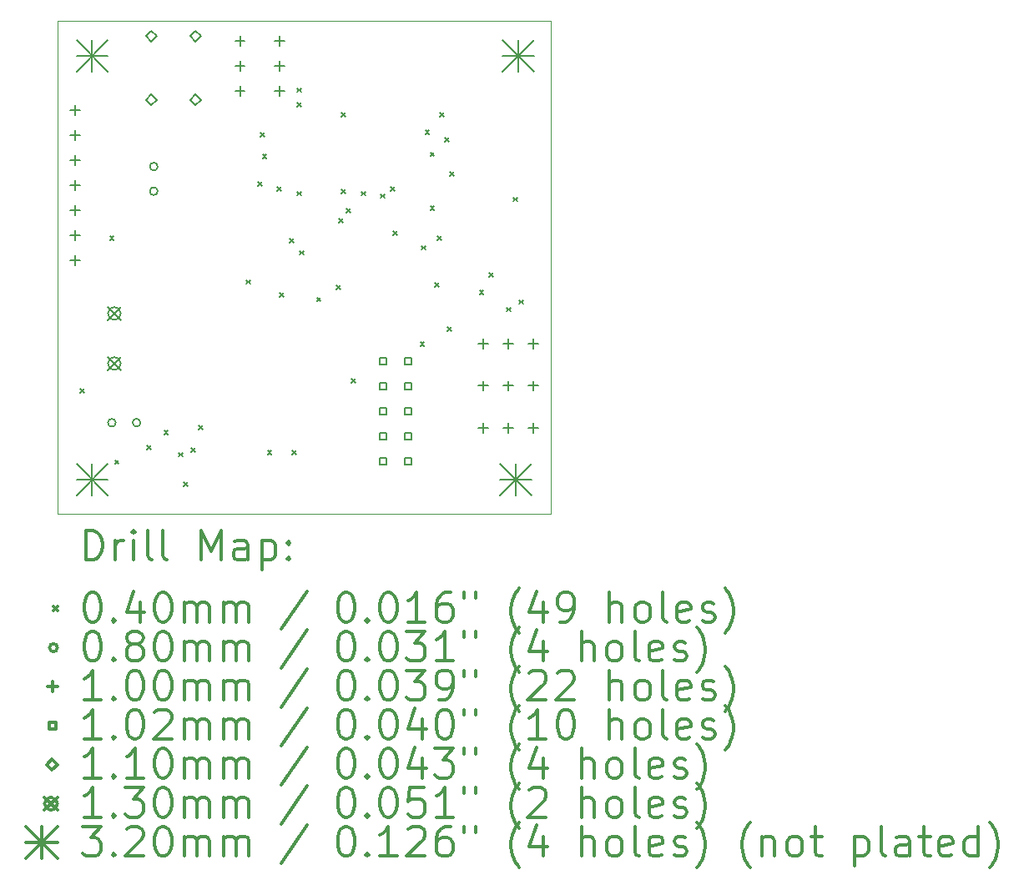
<source format=gbr>
%FSLAX45Y45*%
G04 Gerber Fmt 4.5, Leading zero omitted, Abs format (unit mm)*
G04 Created by KiCad (PCBNEW (5.1.5)-3) date 2021-05-19 18:46:04*
%MOMM*%
%LPD*%
G04 APERTURE LIST*
%TA.AperFunction,Profile*%
%ADD10C,0.050000*%
%TD*%
%ADD11C,0.200000*%
%ADD12C,0.300000*%
G04 APERTURE END LIST*
D10*
X3000000Y-8500000D02*
X3000000Y-3500000D01*
X8000000Y-8500000D02*
X3000000Y-8500000D01*
X8000000Y-3500000D02*
X8000000Y-8500000D01*
X3000000Y-3500000D02*
X8000000Y-3500000D01*
D11*
X3230000Y-7230000D02*
X3270000Y-7270000D01*
X3270000Y-7230000D02*
X3230000Y-7270000D01*
X3528734Y-5681266D02*
X3568734Y-5721266D01*
X3568734Y-5681266D02*
X3528734Y-5721266D01*
X3580000Y-7955000D02*
X3620000Y-7995000D01*
X3620000Y-7955000D02*
X3580000Y-7995000D01*
X3905000Y-7805000D02*
X3945000Y-7845000D01*
X3945000Y-7805000D02*
X3905000Y-7845000D01*
X4080000Y-7655000D02*
X4120000Y-7695000D01*
X4120000Y-7655000D02*
X4080000Y-7695000D01*
X4230000Y-7880000D02*
X4270000Y-7920000D01*
X4270000Y-7880000D02*
X4230000Y-7920000D01*
X4280000Y-8180000D02*
X4320000Y-8220000D01*
X4320000Y-8180000D02*
X4280000Y-8220000D01*
X4355000Y-7830000D02*
X4395000Y-7870000D01*
X4395000Y-7830000D02*
X4355000Y-7870000D01*
X4430000Y-7605000D02*
X4470000Y-7645000D01*
X4470000Y-7605000D02*
X4430000Y-7645000D01*
X4912499Y-6127500D02*
X4952499Y-6167500D01*
X4952499Y-6127500D02*
X4912499Y-6167500D01*
X5030000Y-5130000D02*
X5070000Y-5170000D01*
X5070000Y-5130000D02*
X5030000Y-5170000D01*
X5055000Y-4630000D02*
X5095000Y-4670000D01*
X5095000Y-4630000D02*
X5055000Y-4670000D01*
X5080000Y-4854999D02*
X5120000Y-4894999D01*
X5120000Y-4854999D02*
X5080000Y-4894999D01*
X5130000Y-7855000D02*
X5170000Y-7895000D01*
X5170000Y-7855000D02*
X5130000Y-7895000D01*
X5230000Y-5180000D02*
X5270000Y-5220000D01*
X5270000Y-5180000D02*
X5230000Y-5220000D01*
X5255000Y-6255000D02*
X5295000Y-6295000D01*
X5295000Y-6255000D02*
X5255000Y-6295000D01*
X5355000Y-5705000D02*
X5395000Y-5745000D01*
X5395000Y-5705000D02*
X5355000Y-5745000D01*
X5380000Y-7855000D02*
X5420000Y-7895000D01*
X5420000Y-7855000D02*
X5380000Y-7895000D01*
X5429999Y-5230000D02*
X5469999Y-5270000D01*
X5469999Y-5230000D02*
X5429999Y-5270000D01*
X5430000Y-4180000D02*
X5470000Y-4220000D01*
X5470000Y-4180000D02*
X5430000Y-4220000D01*
X5430000Y-4330000D02*
X5470000Y-4370000D01*
X5470000Y-4330000D02*
X5430000Y-4370000D01*
X5455000Y-5830000D02*
X5495000Y-5870000D01*
X5495000Y-5830000D02*
X5455000Y-5870000D01*
X5630002Y-6305000D02*
X5670002Y-6345000D01*
X5670002Y-6305000D02*
X5630002Y-6345000D01*
X5830000Y-6180000D02*
X5870000Y-6220000D01*
X5870000Y-6180000D02*
X5830000Y-6220000D01*
X5853735Y-5503735D02*
X5893735Y-5543735D01*
X5893735Y-5503735D02*
X5853735Y-5543735D01*
X5880000Y-4430000D02*
X5920000Y-4470000D01*
X5920000Y-4430000D02*
X5880000Y-4470000D01*
X5880000Y-5205000D02*
X5920000Y-5245000D01*
X5920000Y-5205000D02*
X5880000Y-5245000D01*
X5930000Y-5405000D02*
X5970000Y-5445000D01*
X5970000Y-5405000D02*
X5930000Y-5445000D01*
X5980000Y-7130000D02*
X6020000Y-7170000D01*
X6020000Y-7130000D02*
X5980000Y-7170000D01*
X6080000Y-5230000D02*
X6120000Y-5270000D01*
X6120000Y-5230000D02*
X6080000Y-5270000D01*
X6280000Y-5255000D02*
X6320000Y-5295000D01*
X6320000Y-5255000D02*
X6280000Y-5295000D01*
X6380000Y-5180000D02*
X6420000Y-5220000D01*
X6420000Y-5180000D02*
X6380000Y-5220000D01*
X6405000Y-5630000D02*
X6445000Y-5670000D01*
X6445000Y-5630000D02*
X6405000Y-5670000D01*
X6680000Y-6755000D02*
X6720000Y-6795000D01*
X6720000Y-6755000D02*
X6680000Y-6795000D01*
X6690000Y-5780000D02*
X6730000Y-5820000D01*
X6730000Y-5780000D02*
X6690000Y-5820000D01*
X6730000Y-4605000D02*
X6770000Y-4645000D01*
X6770000Y-4605000D02*
X6730000Y-4645000D01*
X6780000Y-4830000D02*
X6820000Y-4870000D01*
X6820000Y-4830000D02*
X6780000Y-4870000D01*
X6780000Y-5380000D02*
X6820000Y-5420000D01*
X6820000Y-5380000D02*
X6780000Y-5420000D01*
X6830000Y-6155000D02*
X6870000Y-6195000D01*
X6870000Y-6155000D02*
X6830000Y-6195000D01*
X6855000Y-5680000D02*
X6895000Y-5720000D01*
X6895000Y-5680000D02*
X6855000Y-5720000D01*
X6880000Y-4430000D02*
X6920000Y-4470000D01*
X6920000Y-4430000D02*
X6880000Y-4470000D01*
X6930000Y-4680000D02*
X6970000Y-4720000D01*
X6970000Y-4680000D02*
X6930000Y-4720000D01*
X6955000Y-6605000D02*
X6995000Y-6645000D01*
X6995000Y-6605000D02*
X6955000Y-6645000D01*
X6980000Y-5030000D02*
X7020000Y-5070000D01*
X7020000Y-5030000D02*
X6980000Y-5070000D01*
X7280000Y-6230000D02*
X7320000Y-6270000D01*
X7320000Y-6230000D02*
X7280000Y-6270000D01*
X7380000Y-6055000D02*
X7420000Y-6095000D01*
X7420000Y-6055000D02*
X7380000Y-6095000D01*
X7555000Y-6405000D02*
X7595000Y-6445000D01*
X7595000Y-6405000D02*
X7555000Y-6445000D01*
X7620644Y-5289356D02*
X7660644Y-5329356D01*
X7660644Y-5289356D02*
X7620644Y-5329356D01*
X7680000Y-6330000D02*
X7720000Y-6370000D01*
X7720000Y-6330000D02*
X7680000Y-6370000D01*
X4015000Y-4975000D02*
G75*
G03X4015000Y-4975000I-40000J0D01*
G01*
X4015000Y-5225000D02*
G75*
G03X4015000Y-5225000I-40000J0D01*
G01*
X3590000Y-7575000D02*
G75*
G03X3590000Y-7575000I-40000J0D01*
G01*
X3840000Y-7575000D02*
G75*
G03X3840000Y-7575000I-40000J0D01*
G01*
X5250000Y-3650000D02*
X5250000Y-3750000D01*
X5200000Y-3700000D02*
X5300000Y-3700000D01*
X5250000Y-3904000D02*
X5250000Y-4004000D01*
X5200000Y-3954000D02*
X5300000Y-3954000D01*
X5250000Y-4158000D02*
X5250000Y-4258000D01*
X5200000Y-4208000D02*
X5300000Y-4208000D01*
X7317000Y-6725000D02*
X7317000Y-6825000D01*
X7267000Y-6775000D02*
X7367000Y-6775000D01*
X7571000Y-6725000D02*
X7571000Y-6825000D01*
X7521000Y-6775000D02*
X7621000Y-6775000D01*
X7825000Y-6725000D02*
X7825000Y-6825000D01*
X7775000Y-6775000D02*
X7875000Y-6775000D01*
X3175000Y-4350000D02*
X3175000Y-4450000D01*
X3125000Y-4400000D02*
X3225000Y-4400000D01*
X3175000Y-4604000D02*
X3175000Y-4704000D01*
X3125000Y-4654000D02*
X3225000Y-4654000D01*
X3175000Y-4858000D02*
X3175000Y-4958000D01*
X3125000Y-4908000D02*
X3225000Y-4908000D01*
X3175000Y-5112000D02*
X3175000Y-5212000D01*
X3125000Y-5162000D02*
X3225000Y-5162000D01*
X3175000Y-5366000D02*
X3175000Y-5466000D01*
X3125000Y-5416000D02*
X3225000Y-5416000D01*
X3175000Y-5620000D02*
X3175000Y-5720000D01*
X3125000Y-5670000D02*
X3225000Y-5670000D01*
X3175000Y-5874000D02*
X3175000Y-5974000D01*
X3125000Y-5924000D02*
X3225000Y-5924000D01*
X7317000Y-7150000D02*
X7317000Y-7250000D01*
X7267000Y-7200000D02*
X7367000Y-7200000D01*
X7571000Y-7150000D02*
X7571000Y-7250000D01*
X7521000Y-7200000D02*
X7621000Y-7200000D01*
X7825000Y-7150000D02*
X7825000Y-7250000D01*
X7775000Y-7200000D02*
X7875000Y-7200000D01*
X7317000Y-7575000D02*
X7317000Y-7675000D01*
X7267000Y-7625000D02*
X7367000Y-7625000D01*
X7571000Y-7575000D02*
X7571000Y-7675000D01*
X7521000Y-7625000D02*
X7621000Y-7625000D01*
X7825000Y-7575000D02*
X7825000Y-7675000D01*
X7775000Y-7625000D02*
X7875000Y-7625000D01*
X4850000Y-3650000D02*
X4850000Y-3750000D01*
X4800000Y-3700000D02*
X4900000Y-3700000D01*
X4850000Y-3904000D02*
X4850000Y-4004000D01*
X4800000Y-3954000D02*
X4900000Y-3954000D01*
X4850000Y-4158000D02*
X4850000Y-4258000D01*
X4800000Y-4208000D02*
X4900000Y-4208000D01*
X6335921Y-6985921D02*
X6335921Y-6914079D01*
X6264079Y-6914079D01*
X6264079Y-6985921D01*
X6335921Y-6985921D01*
X6335921Y-7239921D02*
X6335921Y-7168079D01*
X6264079Y-7168079D01*
X6264079Y-7239921D01*
X6335921Y-7239921D01*
X6335921Y-7493921D02*
X6335921Y-7422079D01*
X6264079Y-7422079D01*
X6264079Y-7493921D01*
X6335921Y-7493921D01*
X6335921Y-7747921D02*
X6335921Y-7676079D01*
X6264079Y-7676079D01*
X6264079Y-7747921D01*
X6335921Y-7747921D01*
X6335921Y-8001921D02*
X6335921Y-7930079D01*
X6264079Y-7930079D01*
X6264079Y-8001921D01*
X6335921Y-8001921D01*
X6589921Y-6985921D02*
X6589921Y-6914079D01*
X6518079Y-6914079D01*
X6518079Y-6985921D01*
X6589921Y-6985921D01*
X6589921Y-7239921D02*
X6589921Y-7168079D01*
X6518079Y-7168079D01*
X6518079Y-7239921D01*
X6589921Y-7239921D01*
X6589921Y-7493921D02*
X6589921Y-7422079D01*
X6518079Y-7422079D01*
X6518079Y-7493921D01*
X6589921Y-7493921D01*
X6589921Y-7747921D02*
X6589921Y-7676079D01*
X6518079Y-7676079D01*
X6518079Y-7747921D01*
X6589921Y-7747921D01*
X6589921Y-8001921D02*
X6589921Y-7930079D01*
X6518079Y-7930079D01*
X6518079Y-8001921D01*
X6589921Y-8001921D01*
X3950000Y-3705000D02*
X4005000Y-3650000D01*
X3950000Y-3595000D01*
X3895000Y-3650000D01*
X3950000Y-3705000D01*
X3950000Y-4355000D02*
X4005000Y-4300000D01*
X3950000Y-4245000D01*
X3895000Y-4300000D01*
X3950000Y-4355000D01*
X4400000Y-3705000D02*
X4455000Y-3650000D01*
X4400000Y-3595000D01*
X4345000Y-3650000D01*
X4400000Y-3705000D01*
X4400000Y-4355000D02*
X4455000Y-4300000D01*
X4400000Y-4245000D01*
X4345000Y-4300000D01*
X4400000Y-4355000D01*
X3510000Y-6402000D02*
X3640000Y-6532000D01*
X3640000Y-6402000D02*
X3510000Y-6532000D01*
X3640000Y-6467000D02*
G75*
G03X3640000Y-6467000I-65000J0D01*
G01*
X3510000Y-6910000D02*
X3640000Y-7040000D01*
X3640000Y-6910000D02*
X3510000Y-7040000D01*
X3640000Y-6975000D02*
G75*
G03X3640000Y-6975000I-65000J0D01*
G01*
X7490000Y-7990000D02*
X7810000Y-8310000D01*
X7810000Y-7990000D02*
X7490000Y-8310000D01*
X7650000Y-7990000D02*
X7650000Y-8310000D01*
X7490000Y-8150000D02*
X7810000Y-8150000D01*
X7515000Y-3690000D02*
X7835000Y-4010000D01*
X7835000Y-3690000D02*
X7515000Y-4010000D01*
X7675000Y-3690000D02*
X7675000Y-4010000D01*
X7515000Y-3850000D02*
X7835000Y-3850000D01*
X3190000Y-3690000D02*
X3510000Y-4010000D01*
X3510000Y-3690000D02*
X3190000Y-4010000D01*
X3350000Y-3690000D02*
X3350000Y-4010000D01*
X3190000Y-3850000D02*
X3510000Y-3850000D01*
X3190000Y-7990000D02*
X3510000Y-8310000D01*
X3510000Y-7990000D02*
X3190000Y-8310000D01*
X3350000Y-7990000D02*
X3350000Y-8310000D01*
X3190000Y-8150000D02*
X3510000Y-8150000D01*
D12*
X3283928Y-8968214D02*
X3283928Y-8668214D01*
X3355357Y-8668214D01*
X3398214Y-8682500D01*
X3426786Y-8711072D01*
X3441071Y-8739643D01*
X3455357Y-8796786D01*
X3455357Y-8839643D01*
X3441071Y-8896786D01*
X3426786Y-8925357D01*
X3398214Y-8953929D01*
X3355357Y-8968214D01*
X3283928Y-8968214D01*
X3583928Y-8968214D02*
X3583928Y-8768214D01*
X3583928Y-8825357D02*
X3598214Y-8796786D01*
X3612500Y-8782500D01*
X3641071Y-8768214D01*
X3669643Y-8768214D01*
X3769643Y-8968214D02*
X3769643Y-8768214D01*
X3769643Y-8668214D02*
X3755357Y-8682500D01*
X3769643Y-8696786D01*
X3783928Y-8682500D01*
X3769643Y-8668214D01*
X3769643Y-8696786D01*
X3955357Y-8968214D02*
X3926786Y-8953929D01*
X3912500Y-8925357D01*
X3912500Y-8668214D01*
X4112500Y-8968214D02*
X4083928Y-8953929D01*
X4069643Y-8925357D01*
X4069643Y-8668214D01*
X4455357Y-8968214D02*
X4455357Y-8668214D01*
X4555357Y-8882500D01*
X4655357Y-8668214D01*
X4655357Y-8968214D01*
X4926786Y-8968214D02*
X4926786Y-8811072D01*
X4912500Y-8782500D01*
X4883928Y-8768214D01*
X4826786Y-8768214D01*
X4798214Y-8782500D01*
X4926786Y-8953929D02*
X4898214Y-8968214D01*
X4826786Y-8968214D01*
X4798214Y-8953929D01*
X4783928Y-8925357D01*
X4783928Y-8896786D01*
X4798214Y-8868214D01*
X4826786Y-8853929D01*
X4898214Y-8853929D01*
X4926786Y-8839643D01*
X5069643Y-8768214D02*
X5069643Y-9068214D01*
X5069643Y-8782500D02*
X5098214Y-8768214D01*
X5155357Y-8768214D01*
X5183928Y-8782500D01*
X5198214Y-8796786D01*
X5212500Y-8825357D01*
X5212500Y-8911072D01*
X5198214Y-8939643D01*
X5183928Y-8953929D01*
X5155357Y-8968214D01*
X5098214Y-8968214D01*
X5069643Y-8953929D01*
X5341071Y-8939643D02*
X5355357Y-8953929D01*
X5341071Y-8968214D01*
X5326786Y-8953929D01*
X5341071Y-8939643D01*
X5341071Y-8968214D01*
X5341071Y-8782500D02*
X5355357Y-8796786D01*
X5341071Y-8811072D01*
X5326786Y-8796786D01*
X5341071Y-8782500D01*
X5341071Y-8811072D01*
X2957500Y-9442500D02*
X2997500Y-9482500D01*
X2997500Y-9442500D02*
X2957500Y-9482500D01*
X3341071Y-9298214D02*
X3369643Y-9298214D01*
X3398214Y-9312500D01*
X3412500Y-9326786D01*
X3426786Y-9355357D01*
X3441071Y-9412500D01*
X3441071Y-9483929D01*
X3426786Y-9541072D01*
X3412500Y-9569643D01*
X3398214Y-9583929D01*
X3369643Y-9598214D01*
X3341071Y-9598214D01*
X3312500Y-9583929D01*
X3298214Y-9569643D01*
X3283928Y-9541072D01*
X3269643Y-9483929D01*
X3269643Y-9412500D01*
X3283928Y-9355357D01*
X3298214Y-9326786D01*
X3312500Y-9312500D01*
X3341071Y-9298214D01*
X3569643Y-9569643D02*
X3583928Y-9583929D01*
X3569643Y-9598214D01*
X3555357Y-9583929D01*
X3569643Y-9569643D01*
X3569643Y-9598214D01*
X3841071Y-9398214D02*
X3841071Y-9598214D01*
X3769643Y-9283929D02*
X3698214Y-9498214D01*
X3883928Y-9498214D01*
X4055357Y-9298214D02*
X4083928Y-9298214D01*
X4112500Y-9312500D01*
X4126786Y-9326786D01*
X4141071Y-9355357D01*
X4155357Y-9412500D01*
X4155357Y-9483929D01*
X4141071Y-9541072D01*
X4126786Y-9569643D01*
X4112500Y-9583929D01*
X4083928Y-9598214D01*
X4055357Y-9598214D01*
X4026786Y-9583929D01*
X4012500Y-9569643D01*
X3998214Y-9541072D01*
X3983928Y-9483929D01*
X3983928Y-9412500D01*
X3998214Y-9355357D01*
X4012500Y-9326786D01*
X4026786Y-9312500D01*
X4055357Y-9298214D01*
X4283928Y-9598214D02*
X4283928Y-9398214D01*
X4283928Y-9426786D02*
X4298214Y-9412500D01*
X4326786Y-9398214D01*
X4369643Y-9398214D01*
X4398214Y-9412500D01*
X4412500Y-9441072D01*
X4412500Y-9598214D01*
X4412500Y-9441072D02*
X4426786Y-9412500D01*
X4455357Y-9398214D01*
X4498214Y-9398214D01*
X4526786Y-9412500D01*
X4541071Y-9441072D01*
X4541071Y-9598214D01*
X4683928Y-9598214D02*
X4683928Y-9398214D01*
X4683928Y-9426786D02*
X4698214Y-9412500D01*
X4726786Y-9398214D01*
X4769643Y-9398214D01*
X4798214Y-9412500D01*
X4812500Y-9441072D01*
X4812500Y-9598214D01*
X4812500Y-9441072D02*
X4826786Y-9412500D01*
X4855357Y-9398214D01*
X4898214Y-9398214D01*
X4926786Y-9412500D01*
X4941071Y-9441072D01*
X4941071Y-9598214D01*
X5526786Y-9283929D02*
X5269643Y-9669643D01*
X5912500Y-9298214D02*
X5941071Y-9298214D01*
X5969643Y-9312500D01*
X5983928Y-9326786D01*
X5998214Y-9355357D01*
X6012500Y-9412500D01*
X6012500Y-9483929D01*
X5998214Y-9541072D01*
X5983928Y-9569643D01*
X5969643Y-9583929D01*
X5941071Y-9598214D01*
X5912500Y-9598214D01*
X5883928Y-9583929D01*
X5869643Y-9569643D01*
X5855357Y-9541072D01*
X5841071Y-9483929D01*
X5841071Y-9412500D01*
X5855357Y-9355357D01*
X5869643Y-9326786D01*
X5883928Y-9312500D01*
X5912500Y-9298214D01*
X6141071Y-9569643D02*
X6155357Y-9583929D01*
X6141071Y-9598214D01*
X6126786Y-9583929D01*
X6141071Y-9569643D01*
X6141071Y-9598214D01*
X6341071Y-9298214D02*
X6369643Y-9298214D01*
X6398214Y-9312500D01*
X6412500Y-9326786D01*
X6426786Y-9355357D01*
X6441071Y-9412500D01*
X6441071Y-9483929D01*
X6426786Y-9541072D01*
X6412500Y-9569643D01*
X6398214Y-9583929D01*
X6369643Y-9598214D01*
X6341071Y-9598214D01*
X6312500Y-9583929D01*
X6298214Y-9569643D01*
X6283928Y-9541072D01*
X6269643Y-9483929D01*
X6269643Y-9412500D01*
X6283928Y-9355357D01*
X6298214Y-9326786D01*
X6312500Y-9312500D01*
X6341071Y-9298214D01*
X6726786Y-9598214D02*
X6555357Y-9598214D01*
X6641071Y-9598214D02*
X6641071Y-9298214D01*
X6612500Y-9341072D01*
X6583928Y-9369643D01*
X6555357Y-9383929D01*
X6983928Y-9298214D02*
X6926786Y-9298214D01*
X6898214Y-9312500D01*
X6883928Y-9326786D01*
X6855357Y-9369643D01*
X6841071Y-9426786D01*
X6841071Y-9541072D01*
X6855357Y-9569643D01*
X6869643Y-9583929D01*
X6898214Y-9598214D01*
X6955357Y-9598214D01*
X6983928Y-9583929D01*
X6998214Y-9569643D01*
X7012500Y-9541072D01*
X7012500Y-9469643D01*
X6998214Y-9441072D01*
X6983928Y-9426786D01*
X6955357Y-9412500D01*
X6898214Y-9412500D01*
X6869643Y-9426786D01*
X6855357Y-9441072D01*
X6841071Y-9469643D01*
X7126786Y-9298214D02*
X7126786Y-9355357D01*
X7241071Y-9298214D02*
X7241071Y-9355357D01*
X7683928Y-9712500D02*
X7669643Y-9698214D01*
X7641071Y-9655357D01*
X7626786Y-9626786D01*
X7612500Y-9583929D01*
X7598214Y-9512500D01*
X7598214Y-9455357D01*
X7612500Y-9383929D01*
X7626786Y-9341072D01*
X7641071Y-9312500D01*
X7669643Y-9269643D01*
X7683928Y-9255357D01*
X7926786Y-9398214D02*
X7926786Y-9598214D01*
X7855357Y-9283929D02*
X7783928Y-9498214D01*
X7969643Y-9498214D01*
X8098214Y-9598214D02*
X8155357Y-9598214D01*
X8183928Y-9583929D01*
X8198214Y-9569643D01*
X8226786Y-9526786D01*
X8241071Y-9469643D01*
X8241071Y-9355357D01*
X8226786Y-9326786D01*
X8212500Y-9312500D01*
X8183928Y-9298214D01*
X8126786Y-9298214D01*
X8098214Y-9312500D01*
X8083928Y-9326786D01*
X8069643Y-9355357D01*
X8069643Y-9426786D01*
X8083928Y-9455357D01*
X8098214Y-9469643D01*
X8126786Y-9483929D01*
X8183928Y-9483929D01*
X8212500Y-9469643D01*
X8226786Y-9455357D01*
X8241071Y-9426786D01*
X8598214Y-9598214D02*
X8598214Y-9298214D01*
X8726786Y-9598214D02*
X8726786Y-9441072D01*
X8712500Y-9412500D01*
X8683928Y-9398214D01*
X8641071Y-9398214D01*
X8612500Y-9412500D01*
X8598214Y-9426786D01*
X8912500Y-9598214D02*
X8883928Y-9583929D01*
X8869643Y-9569643D01*
X8855357Y-9541072D01*
X8855357Y-9455357D01*
X8869643Y-9426786D01*
X8883928Y-9412500D01*
X8912500Y-9398214D01*
X8955357Y-9398214D01*
X8983928Y-9412500D01*
X8998214Y-9426786D01*
X9012500Y-9455357D01*
X9012500Y-9541072D01*
X8998214Y-9569643D01*
X8983928Y-9583929D01*
X8955357Y-9598214D01*
X8912500Y-9598214D01*
X9183928Y-9598214D02*
X9155357Y-9583929D01*
X9141071Y-9555357D01*
X9141071Y-9298214D01*
X9412500Y-9583929D02*
X9383928Y-9598214D01*
X9326786Y-9598214D01*
X9298214Y-9583929D01*
X9283928Y-9555357D01*
X9283928Y-9441072D01*
X9298214Y-9412500D01*
X9326786Y-9398214D01*
X9383928Y-9398214D01*
X9412500Y-9412500D01*
X9426786Y-9441072D01*
X9426786Y-9469643D01*
X9283928Y-9498214D01*
X9541071Y-9583929D02*
X9569643Y-9598214D01*
X9626786Y-9598214D01*
X9655357Y-9583929D01*
X9669643Y-9555357D01*
X9669643Y-9541072D01*
X9655357Y-9512500D01*
X9626786Y-9498214D01*
X9583928Y-9498214D01*
X9555357Y-9483929D01*
X9541071Y-9455357D01*
X9541071Y-9441072D01*
X9555357Y-9412500D01*
X9583928Y-9398214D01*
X9626786Y-9398214D01*
X9655357Y-9412500D01*
X9769643Y-9712500D02*
X9783928Y-9698214D01*
X9812500Y-9655357D01*
X9826786Y-9626786D01*
X9841071Y-9583929D01*
X9855357Y-9512500D01*
X9855357Y-9455357D01*
X9841071Y-9383929D01*
X9826786Y-9341072D01*
X9812500Y-9312500D01*
X9783928Y-9269643D01*
X9769643Y-9255357D01*
X2997500Y-9858500D02*
G75*
G03X2997500Y-9858500I-40000J0D01*
G01*
X3341071Y-9694214D02*
X3369643Y-9694214D01*
X3398214Y-9708500D01*
X3412500Y-9722786D01*
X3426786Y-9751357D01*
X3441071Y-9808500D01*
X3441071Y-9879929D01*
X3426786Y-9937072D01*
X3412500Y-9965643D01*
X3398214Y-9979929D01*
X3369643Y-9994214D01*
X3341071Y-9994214D01*
X3312500Y-9979929D01*
X3298214Y-9965643D01*
X3283928Y-9937072D01*
X3269643Y-9879929D01*
X3269643Y-9808500D01*
X3283928Y-9751357D01*
X3298214Y-9722786D01*
X3312500Y-9708500D01*
X3341071Y-9694214D01*
X3569643Y-9965643D02*
X3583928Y-9979929D01*
X3569643Y-9994214D01*
X3555357Y-9979929D01*
X3569643Y-9965643D01*
X3569643Y-9994214D01*
X3755357Y-9822786D02*
X3726786Y-9808500D01*
X3712500Y-9794214D01*
X3698214Y-9765643D01*
X3698214Y-9751357D01*
X3712500Y-9722786D01*
X3726786Y-9708500D01*
X3755357Y-9694214D01*
X3812500Y-9694214D01*
X3841071Y-9708500D01*
X3855357Y-9722786D01*
X3869643Y-9751357D01*
X3869643Y-9765643D01*
X3855357Y-9794214D01*
X3841071Y-9808500D01*
X3812500Y-9822786D01*
X3755357Y-9822786D01*
X3726786Y-9837072D01*
X3712500Y-9851357D01*
X3698214Y-9879929D01*
X3698214Y-9937072D01*
X3712500Y-9965643D01*
X3726786Y-9979929D01*
X3755357Y-9994214D01*
X3812500Y-9994214D01*
X3841071Y-9979929D01*
X3855357Y-9965643D01*
X3869643Y-9937072D01*
X3869643Y-9879929D01*
X3855357Y-9851357D01*
X3841071Y-9837072D01*
X3812500Y-9822786D01*
X4055357Y-9694214D02*
X4083928Y-9694214D01*
X4112500Y-9708500D01*
X4126786Y-9722786D01*
X4141071Y-9751357D01*
X4155357Y-9808500D01*
X4155357Y-9879929D01*
X4141071Y-9937072D01*
X4126786Y-9965643D01*
X4112500Y-9979929D01*
X4083928Y-9994214D01*
X4055357Y-9994214D01*
X4026786Y-9979929D01*
X4012500Y-9965643D01*
X3998214Y-9937072D01*
X3983928Y-9879929D01*
X3983928Y-9808500D01*
X3998214Y-9751357D01*
X4012500Y-9722786D01*
X4026786Y-9708500D01*
X4055357Y-9694214D01*
X4283928Y-9994214D02*
X4283928Y-9794214D01*
X4283928Y-9822786D02*
X4298214Y-9808500D01*
X4326786Y-9794214D01*
X4369643Y-9794214D01*
X4398214Y-9808500D01*
X4412500Y-9837072D01*
X4412500Y-9994214D01*
X4412500Y-9837072D02*
X4426786Y-9808500D01*
X4455357Y-9794214D01*
X4498214Y-9794214D01*
X4526786Y-9808500D01*
X4541071Y-9837072D01*
X4541071Y-9994214D01*
X4683928Y-9994214D02*
X4683928Y-9794214D01*
X4683928Y-9822786D02*
X4698214Y-9808500D01*
X4726786Y-9794214D01*
X4769643Y-9794214D01*
X4798214Y-9808500D01*
X4812500Y-9837072D01*
X4812500Y-9994214D01*
X4812500Y-9837072D02*
X4826786Y-9808500D01*
X4855357Y-9794214D01*
X4898214Y-9794214D01*
X4926786Y-9808500D01*
X4941071Y-9837072D01*
X4941071Y-9994214D01*
X5526786Y-9679929D02*
X5269643Y-10065643D01*
X5912500Y-9694214D02*
X5941071Y-9694214D01*
X5969643Y-9708500D01*
X5983928Y-9722786D01*
X5998214Y-9751357D01*
X6012500Y-9808500D01*
X6012500Y-9879929D01*
X5998214Y-9937072D01*
X5983928Y-9965643D01*
X5969643Y-9979929D01*
X5941071Y-9994214D01*
X5912500Y-9994214D01*
X5883928Y-9979929D01*
X5869643Y-9965643D01*
X5855357Y-9937072D01*
X5841071Y-9879929D01*
X5841071Y-9808500D01*
X5855357Y-9751357D01*
X5869643Y-9722786D01*
X5883928Y-9708500D01*
X5912500Y-9694214D01*
X6141071Y-9965643D02*
X6155357Y-9979929D01*
X6141071Y-9994214D01*
X6126786Y-9979929D01*
X6141071Y-9965643D01*
X6141071Y-9994214D01*
X6341071Y-9694214D02*
X6369643Y-9694214D01*
X6398214Y-9708500D01*
X6412500Y-9722786D01*
X6426786Y-9751357D01*
X6441071Y-9808500D01*
X6441071Y-9879929D01*
X6426786Y-9937072D01*
X6412500Y-9965643D01*
X6398214Y-9979929D01*
X6369643Y-9994214D01*
X6341071Y-9994214D01*
X6312500Y-9979929D01*
X6298214Y-9965643D01*
X6283928Y-9937072D01*
X6269643Y-9879929D01*
X6269643Y-9808500D01*
X6283928Y-9751357D01*
X6298214Y-9722786D01*
X6312500Y-9708500D01*
X6341071Y-9694214D01*
X6541071Y-9694214D02*
X6726786Y-9694214D01*
X6626786Y-9808500D01*
X6669643Y-9808500D01*
X6698214Y-9822786D01*
X6712500Y-9837072D01*
X6726786Y-9865643D01*
X6726786Y-9937072D01*
X6712500Y-9965643D01*
X6698214Y-9979929D01*
X6669643Y-9994214D01*
X6583928Y-9994214D01*
X6555357Y-9979929D01*
X6541071Y-9965643D01*
X7012500Y-9994214D02*
X6841071Y-9994214D01*
X6926786Y-9994214D02*
X6926786Y-9694214D01*
X6898214Y-9737072D01*
X6869643Y-9765643D01*
X6841071Y-9779929D01*
X7126786Y-9694214D02*
X7126786Y-9751357D01*
X7241071Y-9694214D02*
X7241071Y-9751357D01*
X7683928Y-10108500D02*
X7669643Y-10094214D01*
X7641071Y-10051357D01*
X7626786Y-10022786D01*
X7612500Y-9979929D01*
X7598214Y-9908500D01*
X7598214Y-9851357D01*
X7612500Y-9779929D01*
X7626786Y-9737072D01*
X7641071Y-9708500D01*
X7669643Y-9665643D01*
X7683928Y-9651357D01*
X7926786Y-9794214D02*
X7926786Y-9994214D01*
X7855357Y-9679929D02*
X7783928Y-9894214D01*
X7969643Y-9894214D01*
X8312500Y-9994214D02*
X8312500Y-9694214D01*
X8441071Y-9994214D02*
X8441071Y-9837072D01*
X8426786Y-9808500D01*
X8398214Y-9794214D01*
X8355357Y-9794214D01*
X8326786Y-9808500D01*
X8312500Y-9822786D01*
X8626786Y-9994214D02*
X8598214Y-9979929D01*
X8583928Y-9965643D01*
X8569643Y-9937072D01*
X8569643Y-9851357D01*
X8583928Y-9822786D01*
X8598214Y-9808500D01*
X8626786Y-9794214D01*
X8669643Y-9794214D01*
X8698214Y-9808500D01*
X8712500Y-9822786D01*
X8726786Y-9851357D01*
X8726786Y-9937072D01*
X8712500Y-9965643D01*
X8698214Y-9979929D01*
X8669643Y-9994214D01*
X8626786Y-9994214D01*
X8898214Y-9994214D02*
X8869643Y-9979929D01*
X8855357Y-9951357D01*
X8855357Y-9694214D01*
X9126786Y-9979929D02*
X9098214Y-9994214D01*
X9041071Y-9994214D01*
X9012500Y-9979929D01*
X8998214Y-9951357D01*
X8998214Y-9837072D01*
X9012500Y-9808500D01*
X9041071Y-9794214D01*
X9098214Y-9794214D01*
X9126786Y-9808500D01*
X9141071Y-9837072D01*
X9141071Y-9865643D01*
X8998214Y-9894214D01*
X9255357Y-9979929D02*
X9283928Y-9994214D01*
X9341071Y-9994214D01*
X9369643Y-9979929D01*
X9383928Y-9951357D01*
X9383928Y-9937072D01*
X9369643Y-9908500D01*
X9341071Y-9894214D01*
X9298214Y-9894214D01*
X9269643Y-9879929D01*
X9255357Y-9851357D01*
X9255357Y-9837072D01*
X9269643Y-9808500D01*
X9298214Y-9794214D01*
X9341071Y-9794214D01*
X9369643Y-9808500D01*
X9483928Y-10108500D02*
X9498214Y-10094214D01*
X9526786Y-10051357D01*
X9541071Y-10022786D01*
X9555357Y-9979929D01*
X9569643Y-9908500D01*
X9569643Y-9851357D01*
X9555357Y-9779929D01*
X9541071Y-9737072D01*
X9526786Y-9708500D01*
X9498214Y-9665643D01*
X9483928Y-9651357D01*
X2947500Y-10204500D02*
X2947500Y-10304500D01*
X2897500Y-10254500D02*
X2997500Y-10254500D01*
X3441071Y-10390214D02*
X3269643Y-10390214D01*
X3355357Y-10390214D02*
X3355357Y-10090214D01*
X3326786Y-10133072D01*
X3298214Y-10161643D01*
X3269643Y-10175929D01*
X3569643Y-10361643D02*
X3583928Y-10375929D01*
X3569643Y-10390214D01*
X3555357Y-10375929D01*
X3569643Y-10361643D01*
X3569643Y-10390214D01*
X3769643Y-10090214D02*
X3798214Y-10090214D01*
X3826786Y-10104500D01*
X3841071Y-10118786D01*
X3855357Y-10147357D01*
X3869643Y-10204500D01*
X3869643Y-10275929D01*
X3855357Y-10333072D01*
X3841071Y-10361643D01*
X3826786Y-10375929D01*
X3798214Y-10390214D01*
X3769643Y-10390214D01*
X3741071Y-10375929D01*
X3726786Y-10361643D01*
X3712500Y-10333072D01*
X3698214Y-10275929D01*
X3698214Y-10204500D01*
X3712500Y-10147357D01*
X3726786Y-10118786D01*
X3741071Y-10104500D01*
X3769643Y-10090214D01*
X4055357Y-10090214D02*
X4083928Y-10090214D01*
X4112500Y-10104500D01*
X4126786Y-10118786D01*
X4141071Y-10147357D01*
X4155357Y-10204500D01*
X4155357Y-10275929D01*
X4141071Y-10333072D01*
X4126786Y-10361643D01*
X4112500Y-10375929D01*
X4083928Y-10390214D01*
X4055357Y-10390214D01*
X4026786Y-10375929D01*
X4012500Y-10361643D01*
X3998214Y-10333072D01*
X3983928Y-10275929D01*
X3983928Y-10204500D01*
X3998214Y-10147357D01*
X4012500Y-10118786D01*
X4026786Y-10104500D01*
X4055357Y-10090214D01*
X4283928Y-10390214D02*
X4283928Y-10190214D01*
X4283928Y-10218786D02*
X4298214Y-10204500D01*
X4326786Y-10190214D01*
X4369643Y-10190214D01*
X4398214Y-10204500D01*
X4412500Y-10233072D01*
X4412500Y-10390214D01*
X4412500Y-10233072D02*
X4426786Y-10204500D01*
X4455357Y-10190214D01*
X4498214Y-10190214D01*
X4526786Y-10204500D01*
X4541071Y-10233072D01*
X4541071Y-10390214D01*
X4683928Y-10390214D02*
X4683928Y-10190214D01*
X4683928Y-10218786D02*
X4698214Y-10204500D01*
X4726786Y-10190214D01*
X4769643Y-10190214D01*
X4798214Y-10204500D01*
X4812500Y-10233072D01*
X4812500Y-10390214D01*
X4812500Y-10233072D02*
X4826786Y-10204500D01*
X4855357Y-10190214D01*
X4898214Y-10190214D01*
X4926786Y-10204500D01*
X4941071Y-10233072D01*
X4941071Y-10390214D01*
X5526786Y-10075929D02*
X5269643Y-10461643D01*
X5912500Y-10090214D02*
X5941071Y-10090214D01*
X5969643Y-10104500D01*
X5983928Y-10118786D01*
X5998214Y-10147357D01*
X6012500Y-10204500D01*
X6012500Y-10275929D01*
X5998214Y-10333072D01*
X5983928Y-10361643D01*
X5969643Y-10375929D01*
X5941071Y-10390214D01*
X5912500Y-10390214D01*
X5883928Y-10375929D01*
X5869643Y-10361643D01*
X5855357Y-10333072D01*
X5841071Y-10275929D01*
X5841071Y-10204500D01*
X5855357Y-10147357D01*
X5869643Y-10118786D01*
X5883928Y-10104500D01*
X5912500Y-10090214D01*
X6141071Y-10361643D02*
X6155357Y-10375929D01*
X6141071Y-10390214D01*
X6126786Y-10375929D01*
X6141071Y-10361643D01*
X6141071Y-10390214D01*
X6341071Y-10090214D02*
X6369643Y-10090214D01*
X6398214Y-10104500D01*
X6412500Y-10118786D01*
X6426786Y-10147357D01*
X6441071Y-10204500D01*
X6441071Y-10275929D01*
X6426786Y-10333072D01*
X6412500Y-10361643D01*
X6398214Y-10375929D01*
X6369643Y-10390214D01*
X6341071Y-10390214D01*
X6312500Y-10375929D01*
X6298214Y-10361643D01*
X6283928Y-10333072D01*
X6269643Y-10275929D01*
X6269643Y-10204500D01*
X6283928Y-10147357D01*
X6298214Y-10118786D01*
X6312500Y-10104500D01*
X6341071Y-10090214D01*
X6541071Y-10090214D02*
X6726786Y-10090214D01*
X6626786Y-10204500D01*
X6669643Y-10204500D01*
X6698214Y-10218786D01*
X6712500Y-10233072D01*
X6726786Y-10261643D01*
X6726786Y-10333072D01*
X6712500Y-10361643D01*
X6698214Y-10375929D01*
X6669643Y-10390214D01*
X6583928Y-10390214D01*
X6555357Y-10375929D01*
X6541071Y-10361643D01*
X6869643Y-10390214D02*
X6926786Y-10390214D01*
X6955357Y-10375929D01*
X6969643Y-10361643D01*
X6998214Y-10318786D01*
X7012500Y-10261643D01*
X7012500Y-10147357D01*
X6998214Y-10118786D01*
X6983928Y-10104500D01*
X6955357Y-10090214D01*
X6898214Y-10090214D01*
X6869643Y-10104500D01*
X6855357Y-10118786D01*
X6841071Y-10147357D01*
X6841071Y-10218786D01*
X6855357Y-10247357D01*
X6869643Y-10261643D01*
X6898214Y-10275929D01*
X6955357Y-10275929D01*
X6983928Y-10261643D01*
X6998214Y-10247357D01*
X7012500Y-10218786D01*
X7126786Y-10090214D02*
X7126786Y-10147357D01*
X7241071Y-10090214D02*
X7241071Y-10147357D01*
X7683928Y-10504500D02*
X7669643Y-10490214D01*
X7641071Y-10447357D01*
X7626786Y-10418786D01*
X7612500Y-10375929D01*
X7598214Y-10304500D01*
X7598214Y-10247357D01*
X7612500Y-10175929D01*
X7626786Y-10133072D01*
X7641071Y-10104500D01*
X7669643Y-10061643D01*
X7683928Y-10047357D01*
X7783928Y-10118786D02*
X7798214Y-10104500D01*
X7826786Y-10090214D01*
X7898214Y-10090214D01*
X7926786Y-10104500D01*
X7941071Y-10118786D01*
X7955357Y-10147357D01*
X7955357Y-10175929D01*
X7941071Y-10218786D01*
X7769643Y-10390214D01*
X7955357Y-10390214D01*
X8069643Y-10118786D02*
X8083928Y-10104500D01*
X8112500Y-10090214D01*
X8183928Y-10090214D01*
X8212500Y-10104500D01*
X8226786Y-10118786D01*
X8241071Y-10147357D01*
X8241071Y-10175929D01*
X8226786Y-10218786D01*
X8055357Y-10390214D01*
X8241071Y-10390214D01*
X8598214Y-10390214D02*
X8598214Y-10090214D01*
X8726786Y-10390214D02*
X8726786Y-10233072D01*
X8712500Y-10204500D01*
X8683928Y-10190214D01*
X8641071Y-10190214D01*
X8612500Y-10204500D01*
X8598214Y-10218786D01*
X8912500Y-10390214D02*
X8883928Y-10375929D01*
X8869643Y-10361643D01*
X8855357Y-10333072D01*
X8855357Y-10247357D01*
X8869643Y-10218786D01*
X8883928Y-10204500D01*
X8912500Y-10190214D01*
X8955357Y-10190214D01*
X8983928Y-10204500D01*
X8998214Y-10218786D01*
X9012500Y-10247357D01*
X9012500Y-10333072D01*
X8998214Y-10361643D01*
X8983928Y-10375929D01*
X8955357Y-10390214D01*
X8912500Y-10390214D01*
X9183928Y-10390214D02*
X9155357Y-10375929D01*
X9141071Y-10347357D01*
X9141071Y-10090214D01*
X9412500Y-10375929D02*
X9383928Y-10390214D01*
X9326786Y-10390214D01*
X9298214Y-10375929D01*
X9283928Y-10347357D01*
X9283928Y-10233072D01*
X9298214Y-10204500D01*
X9326786Y-10190214D01*
X9383928Y-10190214D01*
X9412500Y-10204500D01*
X9426786Y-10233072D01*
X9426786Y-10261643D01*
X9283928Y-10290214D01*
X9541071Y-10375929D02*
X9569643Y-10390214D01*
X9626786Y-10390214D01*
X9655357Y-10375929D01*
X9669643Y-10347357D01*
X9669643Y-10333072D01*
X9655357Y-10304500D01*
X9626786Y-10290214D01*
X9583928Y-10290214D01*
X9555357Y-10275929D01*
X9541071Y-10247357D01*
X9541071Y-10233072D01*
X9555357Y-10204500D01*
X9583928Y-10190214D01*
X9626786Y-10190214D01*
X9655357Y-10204500D01*
X9769643Y-10504500D02*
X9783928Y-10490214D01*
X9812500Y-10447357D01*
X9826786Y-10418786D01*
X9841071Y-10375929D01*
X9855357Y-10304500D01*
X9855357Y-10247357D01*
X9841071Y-10175929D01*
X9826786Y-10133072D01*
X9812500Y-10104500D01*
X9783928Y-10061643D01*
X9769643Y-10047357D01*
X2982621Y-10686422D02*
X2982621Y-10614579D01*
X2910778Y-10614579D01*
X2910778Y-10686422D01*
X2982621Y-10686422D01*
X3441071Y-10786214D02*
X3269643Y-10786214D01*
X3355357Y-10786214D02*
X3355357Y-10486214D01*
X3326786Y-10529072D01*
X3298214Y-10557643D01*
X3269643Y-10571929D01*
X3569643Y-10757643D02*
X3583928Y-10771929D01*
X3569643Y-10786214D01*
X3555357Y-10771929D01*
X3569643Y-10757643D01*
X3569643Y-10786214D01*
X3769643Y-10486214D02*
X3798214Y-10486214D01*
X3826786Y-10500500D01*
X3841071Y-10514786D01*
X3855357Y-10543357D01*
X3869643Y-10600500D01*
X3869643Y-10671929D01*
X3855357Y-10729072D01*
X3841071Y-10757643D01*
X3826786Y-10771929D01*
X3798214Y-10786214D01*
X3769643Y-10786214D01*
X3741071Y-10771929D01*
X3726786Y-10757643D01*
X3712500Y-10729072D01*
X3698214Y-10671929D01*
X3698214Y-10600500D01*
X3712500Y-10543357D01*
X3726786Y-10514786D01*
X3741071Y-10500500D01*
X3769643Y-10486214D01*
X3983928Y-10514786D02*
X3998214Y-10500500D01*
X4026786Y-10486214D01*
X4098214Y-10486214D01*
X4126786Y-10500500D01*
X4141071Y-10514786D01*
X4155357Y-10543357D01*
X4155357Y-10571929D01*
X4141071Y-10614786D01*
X3969643Y-10786214D01*
X4155357Y-10786214D01*
X4283928Y-10786214D02*
X4283928Y-10586214D01*
X4283928Y-10614786D02*
X4298214Y-10600500D01*
X4326786Y-10586214D01*
X4369643Y-10586214D01*
X4398214Y-10600500D01*
X4412500Y-10629072D01*
X4412500Y-10786214D01*
X4412500Y-10629072D02*
X4426786Y-10600500D01*
X4455357Y-10586214D01*
X4498214Y-10586214D01*
X4526786Y-10600500D01*
X4541071Y-10629072D01*
X4541071Y-10786214D01*
X4683928Y-10786214D02*
X4683928Y-10586214D01*
X4683928Y-10614786D02*
X4698214Y-10600500D01*
X4726786Y-10586214D01*
X4769643Y-10586214D01*
X4798214Y-10600500D01*
X4812500Y-10629072D01*
X4812500Y-10786214D01*
X4812500Y-10629072D02*
X4826786Y-10600500D01*
X4855357Y-10586214D01*
X4898214Y-10586214D01*
X4926786Y-10600500D01*
X4941071Y-10629072D01*
X4941071Y-10786214D01*
X5526786Y-10471929D02*
X5269643Y-10857643D01*
X5912500Y-10486214D02*
X5941071Y-10486214D01*
X5969643Y-10500500D01*
X5983928Y-10514786D01*
X5998214Y-10543357D01*
X6012500Y-10600500D01*
X6012500Y-10671929D01*
X5998214Y-10729072D01*
X5983928Y-10757643D01*
X5969643Y-10771929D01*
X5941071Y-10786214D01*
X5912500Y-10786214D01*
X5883928Y-10771929D01*
X5869643Y-10757643D01*
X5855357Y-10729072D01*
X5841071Y-10671929D01*
X5841071Y-10600500D01*
X5855357Y-10543357D01*
X5869643Y-10514786D01*
X5883928Y-10500500D01*
X5912500Y-10486214D01*
X6141071Y-10757643D02*
X6155357Y-10771929D01*
X6141071Y-10786214D01*
X6126786Y-10771929D01*
X6141071Y-10757643D01*
X6141071Y-10786214D01*
X6341071Y-10486214D02*
X6369643Y-10486214D01*
X6398214Y-10500500D01*
X6412500Y-10514786D01*
X6426786Y-10543357D01*
X6441071Y-10600500D01*
X6441071Y-10671929D01*
X6426786Y-10729072D01*
X6412500Y-10757643D01*
X6398214Y-10771929D01*
X6369643Y-10786214D01*
X6341071Y-10786214D01*
X6312500Y-10771929D01*
X6298214Y-10757643D01*
X6283928Y-10729072D01*
X6269643Y-10671929D01*
X6269643Y-10600500D01*
X6283928Y-10543357D01*
X6298214Y-10514786D01*
X6312500Y-10500500D01*
X6341071Y-10486214D01*
X6698214Y-10586214D02*
X6698214Y-10786214D01*
X6626786Y-10471929D02*
X6555357Y-10686214D01*
X6741071Y-10686214D01*
X6912500Y-10486214D02*
X6941071Y-10486214D01*
X6969643Y-10500500D01*
X6983928Y-10514786D01*
X6998214Y-10543357D01*
X7012500Y-10600500D01*
X7012500Y-10671929D01*
X6998214Y-10729072D01*
X6983928Y-10757643D01*
X6969643Y-10771929D01*
X6941071Y-10786214D01*
X6912500Y-10786214D01*
X6883928Y-10771929D01*
X6869643Y-10757643D01*
X6855357Y-10729072D01*
X6841071Y-10671929D01*
X6841071Y-10600500D01*
X6855357Y-10543357D01*
X6869643Y-10514786D01*
X6883928Y-10500500D01*
X6912500Y-10486214D01*
X7126786Y-10486214D02*
X7126786Y-10543357D01*
X7241071Y-10486214D02*
X7241071Y-10543357D01*
X7683928Y-10900500D02*
X7669643Y-10886214D01*
X7641071Y-10843357D01*
X7626786Y-10814786D01*
X7612500Y-10771929D01*
X7598214Y-10700500D01*
X7598214Y-10643357D01*
X7612500Y-10571929D01*
X7626786Y-10529072D01*
X7641071Y-10500500D01*
X7669643Y-10457643D01*
X7683928Y-10443357D01*
X7955357Y-10786214D02*
X7783928Y-10786214D01*
X7869643Y-10786214D02*
X7869643Y-10486214D01*
X7841071Y-10529072D01*
X7812500Y-10557643D01*
X7783928Y-10571929D01*
X8141071Y-10486214D02*
X8169643Y-10486214D01*
X8198214Y-10500500D01*
X8212500Y-10514786D01*
X8226786Y-10543357D01*
X8241071Y-10600500D01*
X8241071Y-10671929D01*
X8226786Y-10729072D01*
X8212500Y-10757643D01*
X8198214Y-10771929D01*
X8169643Y-10786214D01*
X8141071Y-10786214D01*
X8112500Y-10771929D01*
X8098214Y-10757643D01*
X8083928Y-10729072D01*
X8069643Y-10671929D01*
X8069643Y-10600500D01*
X8083928Y-10543357D01*
X8098214Y-10514786D01*
X8112500Y-10500500D01*
X8141071Y-10486214D01*
X8598214Y-10786214D02*
X8598214Y-10486214D01*
X8726786Y-10786214D02*
X8726786Y-10629072D01*
X8712500Y-10600500D01*
X8683928Y-10586214D01*
X8641071Y-10586214D01*
X8612500Y-10600500D01*
X8598214Y-10614786D01*
X8912500Y-10786214D02*
X8883928Y-10771929D01*
X8869643Y-10757643D01*
X8855357Y-10729072D01*
X8855357Y-10643357D01*
X8869643Y-10614786D01*
X8883928Y-10600500D01*
X8912500Y-10586214D01*
X8955357Y-10586214D01*
X8983928Y-10600500D01*
X8998214Y-10614786D01*
X9012500Y-10643357D01*
X9012500Y-10729072D01*
X8998214Y-10757643D01*
X8983928Y-10771929D01*
X8955357Y-10786214D01*
X8912500Y-10786214D01*
X9183928Y-10786214D02*
X9155357Y-10771929D01*
X9141071Y-10743357D01*
X9141071Y-10486214D01*
X9412500Y-10771929D02*
X9383928Y-10786214D01*
X9326786Y-10786214D01*
X9298214Y-10771929D01*
X9283928Y-10743357D01*
X9283928Y-10629072D01*
X9298214Y-10600500D01*
X9326786Y-10586214D01*
X9383928Y-10586214D01*
X9412500Y-10600500D01*
X9426786Y-10629072D01*
X9426786Y-10657643D01*
X9283928Y-10686214D01*
X9541071Y-10771929D02*
X9569643Y-10786214D01*
X9626786Y-10786214D01*
X9655357Y-10771929D01*
X9669643Y-10743357D01*
X9669643Y-10729072D01*
X9655357Y-10700500D01*
X9626786Y-10686214D01*
X9583928Y-10686214D01*
X9555357Y-10671929D01*
X9541071Y-10643357D01*
X9541071Y-10629072D01*
X9555357Y-10600500D01*
X9583928Y-10586214D01*
X9626786Y-10586214D01*
X9655357Y-10600500D01*
X9769643Y-10900500D02*
X9783928Y-10886214D01*
X9812500Y-10843357D01*
X9826786Y-10814786D01*
X9841071Y-10771929D01*
X9855357Y-10700500D01*
X9855357Y-10643357D01*
X9841071Y-10571929D01*
X9826786Y-10529072D01*
X9812500Y-10500500D01*
X9783928Y-10457643D01*
X9769643Y-10443357D01*
X2942500Y-11101500D02*
X2997500Y-11046500D01*
X2942500Y-10991500D01*
X2887500Y-11046500D01*
X2942500Y-11101500D01*
X3441071Y-11182214D02*
X3269643Y-11182214D01*
X3355357Y-11182214D02*
X3355357Y-10882214D01*
X3326786Y-10925072D01*
X3298214Y-10953643D01*
X3269643Y-10967929D01*
X3569643Y-11153643D02*
X3583928Y-11167929D01*
X3569643Y-11182214D01*
X3555357Y-11167929D01*
X3569643Y-11153643D01*
X3569643Y-11182214D01*
X3869643Y-11182214D02*
X3698214Y-11182214D01*
X3783928Y-11182214D02*
X3783928Y-10882214D01*
X3755357Y-10925072D01*
X3726786Y-10953643D01*
X3698214Y-10967929D01*
X4055357Y-10882214D02*
X4083928Y-10882214D01*
X4112500Y-10896500D01*
X4126786Y-10910786D01*
X4141071Y-10939357D01*
X4155357Y-10996500D01*
X4155357Y-11067929D01*
X4141071Y-11125072D01*
X4126786Y-11153643D01*
X4112500Y-11167929D01*
X4083928Y-11182214D01*
X4055357Y-11182214D01*
X4026786Y-11167929D01*
X4012500Y-11153643D01*
X3998214Y-11125072D01*
X3983928Y-11067929D01*
X3983928Y-10996500D01*
X3998214Y-10939357D01*
X4012500Y-10910786D01*
X4026786Y-10896500D01*
X4055357Y-10882214D01*
X4283928Y-11182214D02*
X4283928Y-10982214D01*
X4283928Y-11010786D02*
X4298214Y-10996500D01*
X4326786Y-10982214D01*
X4369643Y-10982214D01*
X4398214Y-10996500D01*
X4412500Y-11025072D01*
X4412500Y-11182214D01*
X4412500Y-11025072D02*
X4426786Y-10996500D01*
X4455357Y-10982214D01*
X4498214Y-10982214D01*
X4526786Y-10996500D01*
X4541071Y-11025072D01*
X4541071Y-11182214D01*
X4683928Y-11182214D02*
X4683928Y-10982214D01*
X4683928Y-11010786D02*
X4698214Y-10996500D01*
X4726786Y-10982214D01*
X4769643Y-10982214D01*
X4798214Y-10996500D01*
X4812500Y-11025072D01*
X4812500Y-11182214D01*
X4812500Y-11025072D02*
X4826786Y-10996500D01*
X4855357Y-10982214D01*
X4898214Y-10982214D01*
X4926786Y-10996500D01*
X4941071Y-11025072D01*
X4941071Y-11182214D01*
X5526786Y-10867929D02*
X5269643Y-11253643D01*
X5912500Y-10882214D02*
X5941071Y-10882214D01*
X5969643Y-10896500D01*
X5983928Y-10910786D01*
X5998214Y-10939357D01*
X6012500Y-10996500D01*
X6012500Y-11067929D01*
X5998214Y-11125072D01*
X5983928Y-11153643D01*
X5969643Y-11167929D01*
X5941071Y-11182214D01*
X5912500Y-11182214D01*
X5883928Y-11167929D01*
X5869643Y-11153643D01*
X5855357Y-11125072D01*
X5841071Y-11067929D01*
X5841071Y-10996500D01*
X5855357Y-10939357D01*
X5869643Y-10910786D01*
X5883928Y-10896500D01*
X5912500Y-10882214D01*
X6141071Y-11153643D02*
X6155357Y-11167929D01*
X6141071Y-11182214D01*
X6126786Y-11167929D01*
X6141071Y-11153643D01*
X6141071Y-11182214D01*
X6341071Y-10882214D02*
X6369643Y-10882214D01*
X6398214Y-10896500D01*
X6412500Y-10910786D01*
X6426786Y-10939357D01*
X6441071Y-10996500D01*
X6441071Y-11067929D01*
X6426786Y-11125072D01*
X6412500Y-11153643D01*
X6398214Y-11167929D01*
X6369643Y-11182214D01*
X6341071Y-11182214D01*
X6312500Y-11167929D01*
X6298214Y-11153643D01*
X6283928Y-11125072D01*
X6269643Y-11067929D01*
X6269643Y-10996500D01*
X6283928Y-10939357D01*
X6298214Y-10910786D01*
X6312500Y-10896500D01*
X6341071Y-10882214D01*
X6698214Y-10982214D02*
X6698214Y-11182214D01*
X6626786Y-10867929D02*
X6555357Y-11082214D01*
X6741071Y-11082214D01*
X6826786Y-10882214D02*
X7012500Y-10882214D01*
X6912500Y-10996500D01*
X6955357Y-10996500D01*
X6983928Y-11010786D01*
X6998214Y-11025072D01*
X7012500Y-11053643D01*
X7012500Y-11125072D01*
X6998214Y-11153643D01*
X6983928Y-11167929D01*
X6955357Y-11182214D01*
X6869643Y-11182214D01*
X6841071Y-11167929D01*
X6826786Y-11153643D01*
X7126786Y-10882214D02*
X7126786Y-10939357D01*
X7241071Y-10882214D02*
X7241071Y-10939357D01*
X7683928Y-11296500D02*
X7669643Y-11282214D01*
X7641071Y-11239357D01*
X7626786Y-11210786D01*
X7612500Y-11167929D01*
X7598214Y-11096500D01*
X7598214Y-11039357D01*
X7612500Y-10967929D01*
X7626786Y-10925072D01*
X7641071Y-10896500D01*
X7669643Y-10853643D01*
X7683928Y-10839357D01*
X7926786Y-10982214D02*
X7926786Y-11182214D01*
X7855357Y-10867929D02*
X7783928Y-11082214D01*
X7969643Y-11082214D01*
X8312500Y-11182214D02*
X8312500Y-10882214D01*
X8441071Y-11182214D02*
X8441071Y-11025072D01*
X8426786Y-10996500D01*
X8398214Y-10982214D01*
X8355357Y-10982214D01*
X8326786Y-10996500D01*
X8312500Y-11010786D01*
X8626786Y-11182214D02*
X8598214Y-11167929D01*
X8583928Y-11153643D01*
X8569643Y-11125072D01*
X8569643Y-11039357D01*
X8583928Y-11010786D01*
X8598214Y-10996500D01*
X8626786Y-10982214D01*
X8669643Y-10982214D01*
X8698214Y-10996500D01*
X8712500Y-11010786D01*
X8726786Y-11039357D01*
X8726786Y-11125072D01*
X8712500Y-11153643D01*
X8698214Y-11167929D01*
X8669643Y-11182214D01*
X8626786Y-11182214D01*
X8898214Y-11182214D02*
X8869643Y-11167929D01*
X8855357Y-11139357D01*
X8855357Y-10882214D01*
X9126786Y-11167929D02*
X9098214Y-11182214D01*
X9041071Y-11182214D01*
X9012500Y-11167929D01*
X8998214Y-11139357D01*
X8998214Y-11025072D01*
X9012500Y-10996500D01*
X9041071Y-10982214D01*
X9098214Y-10982214D01*
X9126786Y-10996500D01*
X9141071Y-11025072D01*
X9141071Y-11053643D01*
X8998214Y-11082214D01*
X9255357Y-11167929D02*
X9283928Y-11182214D01*
X9341071Y-11182214D01*
X9369643Y-11167929D01*
X9383928Y-11139357D01*
X9383928Y-11125072D01*
X9369643Y-11096500D01*
X9341071Y-11082214D01*
X9298214Y-11082214D01*
X9269643Y-11067929D01*
X9255357Y-11039357D01*
X9255357Y-11025072D01*
X9269643Y-10996500D01*
X9298214Y-10982214D01*
X9341071Y-10982214D01*
X9369643Y-10996500D01*
X9483928Y-11296500D02*
X9498214Y-11282214D01*
X9526786Y-11239357D01*
X9541071Y-11210786D01*
X9555357Y-11167929D01*
X9569643Y-11096500D01*
X9569643Y-11039357D01*
X9555357Y-10967929D01*
X9541071Y-10925072D01*
X9526786Y-10896500D01*
X9498214Y-10853643D01*
X9483928Y-10839357D01*
X2867500Y-11377500D02*
X2997500Y-11507500D01*
X2997500Y-11377500D02*
X2867500Y-11507500D01*
X2997500Y-11442500D02*
G75*
G03X2997500Y-11442500I-65000J0D01*
G01*
X3441071Y-11578214D02*
X3269643Y-11578214D01*
X3355357Y-11578214D02*
X3355357Y-11278214D01*
X3326786Y-11321071D01*
X3298214Y-11349643D01*
X3269643Y-11363929D01*
X3569643Y-11549643D02*
X3583928Y-11563929D01*
X3569643Y-11578214D01*
X3555357Y-11563929D01*
X3569643Y-11549643D01*
X3569643Y-11578214D01*
X3683928Y-11278214D02*
X3869643Y-11278214D01*
X3769643Y-11392500D01*
X3812500Y-11392500D01*
X3841071Y-11406786D01*
X3855357Y-11421071D01*
X3869643Y-11449643D01*
X3869643Y-11521071D01*
X3855357Y-11549643D01*
X3841071Y-11563929D01*
X3812500Y-11578214D01*
X3726786Y-11578214D01*
X3698214Y-11563929D01*
X3683928Y-11549643D01*
X4055357Y-11278214D02*
X4083928Y-11278214D01*
X4112500Y-11292500D01*
X4126786Y-11306786D01*
X4141071Y-11335357D01*
X4155357Y-11392500D01*
X4155357Y-11463929D01*
X4141071Y-11521071D01*
X4126786Y-11549643D01*
X4112500Y-11563929D01*
X4083928Y-11578214D01*
X4055357Y-11578214D01*
X4026786Y-11563929D01*
X4012500Y-11549643D01*
X3998214Y-11521071D01*
X3983928Y-11463929D01*
X3983928Y-11392500D01*
X3998214Y-11335357D01*
X4012500Y-11306786D01*
X4026786Y-11292500D01*
X4055357Y-11278214D01*
X4283928Y-11578214D02*
X4283928Y-11378214D01*
X4283928Y-11406786D02*
X4298214Y-11392500D01*
X4326786Y-11378214D01*
X4369643Y-11378214D01*
X4398214Y-11392500D01*
X4412500Y-11421071D01*
X4412500Y-11578214D01*
X4412500Y-11421071D02*
X4426786Y-11392500D01*
X4455357Y-11378214D01*
X4498214Y-11378214D01*
X4526786Y-11392500D01*
X4541071Y-11421071D01*
X4541071Y-11578214D01*
X4683928Y-11578214D02*
X4683928Y-11378214D01*
X4683928Y-11406786D02*
X4698214Y-11392500D01*
X4726786Y-11378214D01*
X4769643Y-11378214D01*
X4798214Y-11392500D01*
X4812500Y-11421071D01*
X4812500Y-11578214D01*
X4812500Y-11421071D02*
X4826786Y-11392500D01*
X4855357Y-11378214D01*
X4898214Y-11378214D01*
X4926786Y-11392500D01*
X4941071Y-11421071D01*
X4941071Y-11578214D01*
X5526786Y-11263929D02*
X5269643Y-11649643D01*
X5912500Y-11278214D02*
X5941071Y-11278214D01*
X5969643Y-11292500D01*
X5983928Y-11306786D01*
X5998214Y-11335357D01*
X6012500Y-11392500D01*
X6012500Y-11463929D01*
X5998214Y-11521071D01*
X5983928Y-11549643D01*
X5969643Y-11563929D01*
X5941071Y-11578214D01*
X5912500Y-11578214D01*
X5883928Y-11563929D01*
X5869643Y-11549643D01*
X5855357Y-11521071D01*
X5841071Y-11463929D01*
X5841071Y-11392500D01*
X5855357Y-11335357D01*
X5869643Y-11306786D01*
X5883928Y-11292500D01*
X5912500Y-11278214D01*
X6141071Y-11549643D02*
X6155357Y-11563929D01*
X6141071Y-11578214D01*
X6126786Y-11563929D01*
X6141071Y-11549643D01*
X6141071Y-11578214D01*
X6341071Y-11278214D02*
X6369643Y-11278214D01*
X6398214Y-11292500D01*
X6412500Y-11306786D01*
X6426786Y-11335357D01*
X6441071Y-11392500D01*
X6441071Y-11463929D01*
X6426786Y-11521071D01*
X6412500Y-11549643D01*
X6398214Y-11563929D01*
X6369643Y-11578214D01*
X6341071Y-11578214D01*
X6312500Y-11563929D01*
X6298214Y-11549643D01*
X6283928Y-11521071D01*
X6269643Y-11463929D01*
X6269643Y-11392500D01*
X6283928Y-11335357D01*
X6298214Y-11306786D01*
X6312500Y-11292500D01*
X6341071Y-11278214D01*
X6712500Y-11278214D02*
X6569643Y-11278214D01*
X6555357Y-11421071D01*
X6569643Y-11406786D01*
X6598214Y-11392500D01*
X6669643Y-11392500D01*
X6698214Y-11406786D01*
X6712500Y-11421071D01*
X6726786Y-11449643D01*
X6726786Y-11521071D01*
X6712500Y-11549643D01*
X6698214Y-11563929D01*
X6669643Y-11578214D01*
X6598214Y-11578214D01*
X6569643Y-11563929D01*
X6555357Y-11549643D01*
X7012500Y-11578214D02*
X6841071Y-11578214D01*
X6926786Y-11578214D02*
X6926786Y-11278214D01*
X6898214Y-11321071D01*
X6869643Y-11349643D01*
X6841071Y-11363929D01*
X7126786Y-11278214D02*
X7126786Y-11335357D01*
X7241071Y-11278214D02*
X7241071Y-11335357D01*
X7683928Y-11692500D02*
X7669643Y-11678214D01*
X7641071Y-11635357D01*
X7626786Y-11606786D01*
X7612500Y-11563929D01*
X7598214Y-11492500D01*
X7598214Y-11435357D01*
X7612500Y-11363929D01*
X7626786Y-11321071D01*
X7641071Y-11292500D01*
X7669643Y-11249643D01*
X7683928Y-11235357D01*
X7783928Y-11306786D02*
X7798214Y-11292500D01*
X7826786Y-11278214D01*
X7898214Y-11278214D01*
X7926786Y-11292500D01*
X7941071Y-11306786D01*
X7955357Y-11335357D01*
X7955357Y-11363929D01*
X7941071Y-11406786D01*
X7769643Y-11578214D01*
X7955357Y-11578214D01*
X8312500Y-11578214D02*
X8312500Y-11278214D01*
X8441071Y-11578214D02*
X8441071Y-11421071D01*
X8426786Y-11392500D01*
X8398214Y-11378214D01*
X8355357Y-11378214D01*
X8326786Y-11392500D01*
X8312500Y-11406786D01*
X8626786Y-11578214D02*
X8598214Y-11563929D01*
X8583928Y-11549643D01*
X8569643Y-11521071D01*
X8569643Y-11435357D01*
X8583928Y-11406786D01*
X8598214Y-11392500D01*
X8626786Y-11378214D01*
X8669643Y-11378214D01*
X8698214Y-11392500D01*
X8712500Y-11406786D01*
X8726786Y-11435357D01*
X8726786Y-11521071D01*
X8712500Y-11549643D01*
X8698214Y-11563929D01*
X8669643Y-11578214D01*
X8626786Y-11578214D01*
X8898214Y-11578214D02*
X8869643Y-11563929D01*
X8855357Y-11535357D01*
X8855357Y-11278214D01*
X9126786Y-11563929D02*
X9098214Y-11578214D01*
X9041071Y-11578214D01*
X9012500Y-11563929D01*
X8998214Y-11535357D01*
X8998214Y-11421071D01*
X9012500Y-11392500D01*
X9041071Y-11378214D01*
X9098214Y-11378214D01*
X9126786Y-11392500D01*
X9141071Y-11421071D01*
X9141071Y-11449643D01*
X8998214Y-11478214D01*
X9255357Y-11563929D02*
X9283928Y-11578214D01*
X9341071Y-11578214D01*
X9369643Y-11563929D01*
X9383928Y-11535357D01*
X9383928Y-11521071D01*
X9369643Y-11492500D01*
X9341071Y-11478214D01*
X9298214Y-11478214D01*
X9269643Y-11463929D01*
X9255357Y-11435357D01*
X9255357Y-11421071D01*
X9269643Y-11392500D01*
X9298214Y-11378214D01*
X9341071Y-11378214D01*
X9369643Y-11392500D01*
X9483928Y-11692500D02*
X9498214Y-11678214D01*
X9526786Y-11635357D01*
X9541071Y-11606786D01*
X9555357Y-11563929D01*
X9569643Y-11492500D01*
X9569643Y-11435357D01*
X9555357Y-11363929D01*
X9541071Y-11321071D01*
X9526786Y-11292500D01*
X9498214Y-11249643D01*
X9483928Y-11235357D01*
X2677500Y-11678500D02*
X2997500Y-11998500D01*
X2997500Y-11678500D02*
X2677500Y-11998500D01*
X2837500Y-11678500D02*
X2837500Y-11998500D01*
X2677500Y-11838500D02*
X2997500Y-11838500D01*
X3255357Y-11674214D02*
X3441071Y-11674214D01*
X3341071Y-11788500D01*
X3383928Y-11788500D01*
X3412500Y-11802786D01*
X3426786Y-11817071D01*
X3441071Y-11845643D01*
X3441071Y-11917071D01*
X3426786Y-11945643D01*
X3412500Y-11959929D01*
X3383928Y-11974214D01*
X3298214Y-11974214D01*
X3269643Y-11959929D01*
X3255357Y-11945643D01*
X3569643Y-11945643D02*
X3583928Y-11959929D01*
X3569643Y-11974214D01*
X3555357Y-11959929D01*
X3569643Y-11945643D01*
X3569643Y-11974214D01*
X3698214Y-11702786D02*
X3712500Y-11688500D01*
X3741071Y-11674214D01*
X3812500Y-11674214D01*
X3841071Y-11688500D01*
X3855357Y-11702786D01*
X3869643Y-11731357D01*
X3869643Y-11759929D01*
X3855357Y-11802786D01*
X3683928Y-11974214D01*
X3869643Y-11974214D01*
X4055357Y-11674214D02*
X4083928Y-11674214D01*
X4112500Y-11688500D01*
X4126786Y-11702786D01*
X4141071Y-11731357D01*
X4155357Y-11788500D01*
X4155357Y-11859929D01*
X4141071Y-11917071D01*
X4126786Y-11945643D01*
X4112500Y-11959929D01*
X4083928Y-11974214D01*
X4055357Y-11974214D01*
X4026786Y-11959929D01*
X4012500Y-11945643D01*
X3998214Y-11917071D01*
X3983928Y-11859929D01*
X3983928Y-11788500D01*
X3998214Y-11731357D01*
X4012500Y-11702786D01*
X4026786Y-11688500D01*
X4055357Y-11674214D01*
X4283928Y-11974214D02*
X4283928Y-11774214D01*
X4283928Y-11802786D02*
X4298214Y-11788500D01*
X4326786Y-11774214D01*
X4369643Y-11774214D01*
X4398214Y-11788500D01*
X4412500Y-11817071D01*
X4412500Y-11974214D01*
X4412500Y-11817071D02*
X4426786Y-11788500D01*
X4455357Y-11774214D01*
X4498214Y-11774214D01*
X4526786Y-11788500D01*
X4541071Y-11817071D01*
X4541071Y-11974214D01*
X4683928Y-11974214D02*
X4683928Y-11774214D01*
X4683928Y-11802786D02*
X4698214Y-11788500D01*
X4726786Y-11774214D01*
X4769643Y-11774214D01*
X4798214Y-11788500D01*
X4812500Y-11817071D01*
X4812500Y-11974214D01*
X4812500Y-11817071D02*
X4826786Y-11788500D01*
X4855357Y-11774214D01*
X4898214Y-11774214D01*
X4926786Y-11788500D01*
X4941071Y-11817071D01*
X4941071Y-11974214D01*
X5526786Y-11659929D02*
X5269643Y-12045643D01*
X5912500Y-11674214D02*
X5941071Y-11674214D01*
X5969643Y-11688500D01*
X5983928Y-11702786D01*
X5998214Y-11731357D01*
X6012500Y-11788500D01*
X6012500Y-11859929D01*
X5998214Y-11917071D01*
X5983928Y-11945643D01*
X5969643Y-11959929D01*
X5941071Y-11974214D01*
X5912500Y-11974214D01*
X5883928Y-11959929D01*
X5869643Y-11945643D01*
X5855357Y-11917071D01*
X5841071Y-11859929D01*
X5841071Y-11788500D01*
X5855357Y-11731357D01*
X5869643Y-11702786D01*
X5883928Y-11688500D01*
X5912500Y-11674214D01*
X6141071Y-11945643D02*
X6155357Y-11959929D01*
X6141071Y-11974214D01*
X6126786Y-11959929D01*
X6141071Y-11945643D01*
X6141071Y-11974214D01*
X6441071Y-11974214D02*
X6269643Y-11974214D01*
X6355357Y-11974214D02*
X6355357Y-11674214D01*
X6326786Y-11717071D01*
X6298214Y-11745643D01*
X6269643Y-11759929D01*
X6555357Y-11702786D02*
X6569643Y-11688500D01*
X6598214Y-11674214D01*
X6669643Y-11674214D01*
X6698214Y-11688500D01*
X6712500Y-11702786D01*
X6726786Y-11731357D01*
X6726786Y-11759929D01*
X6712500Y-11802786D01*
X6541071Y-11974214D01*
X6726786Y-11974214D01*
X6983928Y-11674214D02*
X6926786Y-11674214D01*
X6898214Y-11688500D01*
X6883928Y-11702786D01*
X6855357Y-11745643D01*
X6841071Y-11802786D01*
X6841071Y-11917071D01*
X6855357Y-11945643D01*
X6869643Y-11959929D01*
X6898214Y-11974214D01*
X6955357Y-11974214D01*
X6983928Y-11959929D01*
X6998214Y-11945643D01*
X7012500Y-11917071D01*
X7012500Y-11845643D01*
X6998214Y-11817071D01*
X6983928Y-11802786D01*
X6955357Y-11788500D01*
X6898214Y-11788500D01*
X6869643Y-11802786D01*
X6855357Y-11817071D01*
X6841071Y-11845643D01*
X7126786Y-11674214D02*
X7126786Y-11731357D01*
X7241071Y-11674214D02*
X7241071Y-11731357D01*
X7683928Y-12088500D02*
X7669643Y-12074214D01*
X7641071Y-12031357D01*
X7626786Y-12002786D01*
X7612500Y-11959929D01*
X7598214Y-11888500D01*
X7598214Y-11831357D01*
X7612500Y-11759929D01*
X7626786Y-11717071D01*
X7641071Y-11688500D01*
X7669643Y-11645643D01*
X7683928Y-11631357D01*
X7926786Y-11774214D02*
X7926786Y-11974214D01*
X7855357Y-11659929D02*
X7783928Y-11874214D01*
X7969643Y-11874214D01*
X8312500Y-11974214D02*
X8312500Y-11674214D01*
X8441071Y-11974214D02*
X8441071Y-11817071D01*
X8426786Y-11788500D01*
X8398214Y-11774214D01*
X8355357Y-11774214D01*
X8326786Y-11788500D01*
X8312500Y-11802786D01*
X8626786Y-11974214D02*
X8598214Y-11959929D01*
X8583928Y-11945643D01*
X8569643Y-11917071D01*
X8569643Y-11831357D01*
X8583928Y-11802786D01*
X8598214Y-11788500D01*
X8626786Y-11774214D01*
X8669643Y-11774214D01*
X8698214Y-11788500D01*
X8712500Y-11802786D01*
X8726786Y-11831357D01*
X8726786Y-11917071D01*
X8712500Y-11945643D01*
X8698214Y-11959929D01*
X8669643Y-11974214D01*
X8626786Y-11974214D01*
X8898214Y-11974214D02*
X8869643Y-11959929D01*
X8855357Y-11931357D01*
X8855357Y-11674214D01*
X9126786Y-11959929D02*
X9098214Y-11974214D01*
X9041071Y-11974214D01*
X9012500Y-11959929D01*
X8998214Y-11931357D01*
X8998214Y-11817071D01*
X9012500Y-11788500D01*
X9041071Y-11774214D01*
X9098214Y-11774214D01*
X9126786Y-11788500D01*
X9141071Y-11817071D01*
X9141071Y-11845643D01*
X8998214Y-11874214D01*
X9255357Y-11959929D02*
X9283928Y-11974214D01*
X9341071Y-11974214D01*
X9369643Y-11959929D01*
X9383928Y-11931357D01*
X9383928Y-11917071D01*
X9369643Y-11888500D01*
X9341071Y-11874214D01*
X9298214Y-11874214D01*
X9269643Y-11859929D01*
X9255357Y-11831357D01*
X9255357Y-11817071D01*
X9269643Y-11788500D01*
X9298214Y-11774214D01*
X9341071Y-11774214D01*
X9369643Y-11788500D01*
X9483928Y-12088500D02*
X9498214Y-12074214D01*
X9526786Y-12031357D01*
X9541071Y-12002786D01*
X9555357Y-11959929D01*
X9569643Y-11888500D01*
X9569643Y-11831357D01*
X9555357Y-11759929D01*
X9541071Y-11717071D01*
X9526786Y-11688500D01*
X9498214Y-11645643D01*
X9483928Y-11631357D01*
X10026786Y-12088500D02*
X10012500Y-12074214D01*
X9983928Y-12031357D01*
X9969643Y-12002786D01*
X9955357Y-11959929D01*
X9941071Y-11888500D01*
X9941071Y-11831357D01*
X9955357Y-11759929D01*
X9969643Y-11717071D01*
X9983928Y-11688500D01*
X10012500Y-11645643D01*
X10026786Y-11631357D01*
X10141071Y-11774214D02*
X10141071Y-11974214D01*
X10141071Y-11802786D02*
X10155357Y-11788500D01*
X10183928Y-11774214D01*
X10226786Y-11774214D01*
X10255357Y-11788500D01*
X10269643Y-11817071D01*
X10269643Y-11974214D01*
X10455357Y-11974214D02*
X10426786Y-11959929D01*
X10412500Y-11945643D01*
X10398214Y-11917071D01*
X10398214Y-11831357D01*
X10412500Y-11802786D01*
X10426786Y-11788500D01*
X10455357Y-11774214D01*
X10498214Y-11774214D01*
X10526786Y-11788500D01*
X10541071Y-11802786D01*
X10555357Y-11831357D01*
X10555357Y-11917071D01*
X10541071Y-11945643D01*
X10526786Y-11959929D01*
X10498214Y-11974214D01*
X10455357Y-11974214D01*
X10641071Y-11774214D02*
X10755357Y-11774214D01*
X10683928Y-11674214D02*
X10683928Y-11931357D01*
X10698214Y-11959929D01*
X10726786Y-11974214D01*
X10755357Y-11974214D01*
X11083928Y-11774214D02*
X11083928Y-12074214D01*
X11083928Y-11788500D02*
X11112500Y-11774214D01*
X11169643Y-11774214D01*
X11198214Y-11788500D01*
X11212500Y-11802786D01*
X11226786Y-11831357D01*
X11226786Y-11917071D01*
X11212500Y-11945643D01*
X11198214Y-11959929D01*
X11169643Y-11974214D01*
X11112500Y-11974214D01*
X11083928Y-11959929D01*
X11398214Y-11974214D02*
X11369643Y-11959929D01*
X11355357Y-11931357D01*
X11355357Y-11674214D01*
X11641071Y-11974214D02*
X11641071Y-11817071D01*
X11626786Y-11788500D01*
X11598214Y-11774214D01*
X11541071Y-11774214D01*
X11512500Y-11788500D01*
X11641071Y-11959929D02*
X11612500Y-11974214D01*
X11541071Y-11974214D01*
X11512500Y-11959929D01*
X11498214Y-11931357D01*
X11498214Y-11902786D01*
X11512500Y-11874214D01*
X11541071Y-11859929D01*
X11612500Y-11859929D01*
X11641071Y-11845643D01*
X11741071Y-11774214D02*
X11855357Y-11774214D01*
X11783928Y-11674214D02*
X11783928Y-11931357D01*
X11798214Y-11959929D01*
X11826786Y-11974214D01*
X11855357Y-11974214D01*
X12069643Y-11959929D02*
X12041071Y-11974214D01*
X11983928Y-11974214D01*
X11955357Y-11959929D01*
X11941071Y-11931357D01*
X11941071Y-11817071D01*
X11955357Y-11788500D01*
X11983928Y-11774214D01*
X12041071Y-11774214D01*
X12069643Y-11788500D01*
X12083928Y-11817071D01*
X12083928Y-11845643D01*
X11941071Y-11874214D01*
X12341071Y-11974214D02*
X12341071Y-11674214D01*
X12341071Y-11959929D02*
X12312500Y-11974214D01*
X12255357Y-11974214D01*
X12226786Y-11959929D01*
X12212500Y-11945643D01*
X12198214Y-11917071D01*
X12198214Y-11831357D01*
X12212500Y-11802786D01*
X12226786Y-11788500D01*
X12255357Y-11774214D01*
X12312500Y-11774214D01*
X12341071Y-11788500D01*
X12455357Y-12088500D02*
X12469643Y-12074214D01*
X12498214Y-12031357D01*
X12512500Y-12002786D01*
X12526786Y-11959929D01*
X12541071Y-11888500D01*
X12541071Y-11831357D01*
X12526786Y-11759929D01*
X12512500Y-11717071D01*
X12498214Y-11688500D01*
X12469643Y-11645643D01*
X12455357Y-11631357D01*
M02*

</source>
